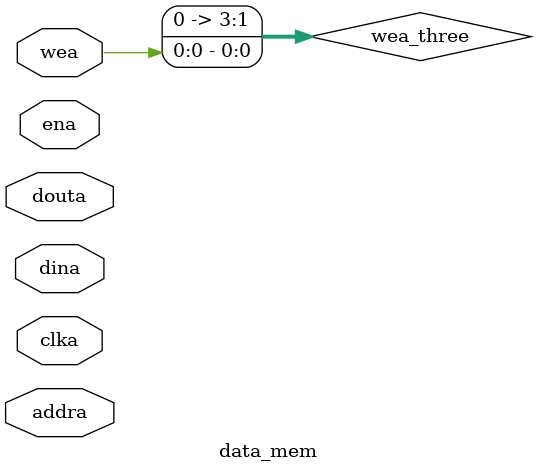
<source format=v>
`timescale 1ns / 1ps
module data_mem( clka,ena,wea,addra,dina,douta
    );
input clka;
input wea;
input ena;
input [31:0] addra,dina,douta;
wire [3:0] wea_three={3'b000,wea};

data_memory your_instance_name (
  .clka(clka), // input clka
  .ena(ena), // input ena
  .wea(wea_three), // input [3 : 0] wea
  .addra(addra), // input [31 : 0] addra
  .dina(dina), // input [31 : 0] dina
  .douta(douta) // output [31 : 0] douta
);

endmodule

</source>
